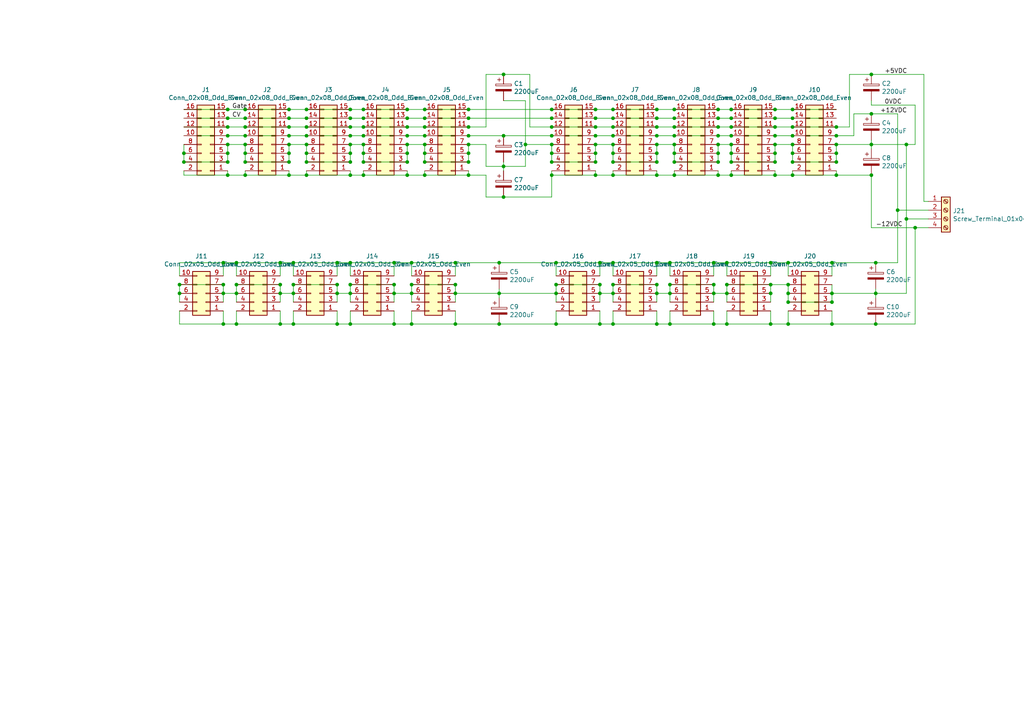
<source format=kicad_sch>
(kicad_sch (version 20250114) (generator "eeschema") (generator_version "9.0")
  (paper "A4")
  (lib_symbols
    (symbol "Connector:Screw_Terminal_01x04" (pin_names (offset 1.016) (hide yes))
      (property "Reference" "J" (at 0 5.08 0))
      (property "Value" "Screw_Terminal_01x04" (at 0 -7.62 0))
      (symbol "Screw_Terminal_01x04_1_1"
        (rectangle (start -1.27 3.81) (end 1.27 -6.35) (stroke (width 0.254)) (fill (type background)))
        (polyline (pts (xy -0.5334 2.8702) (xy 0.3302 2.032)) (stroke (width 0.1524)))
        (polyline (pts (xy -0.5334 0.3302) (xy 0.3302 -0.508)) (stroke (width 0.1524)))
        (polyline (pts (xy -0.5334 -2.2098) (xy 0.3302 -3.048)) (stroke (width 0.1524)))
        (polyline (pts (xy -0.5334 -4.7498) (xy 0.3302 -5.588)) (stroke (width 0.1524)))
        (polyline (pts (xy -0.3556 3.048) (xy 0.508 2.2098)) (stroke (width 0.1524)))
        (polyline (pts (xy -0.3556 0.508) (xy 0.508 -0.3302)) (stroke (width 0.1524)))
        (polyline (pts (xy -0.3556 -2.032) (xy 0.508 -2.8702)) (stroke (width 0.1524)))
        (polyline (pts (xy -0.3556 -4.572) (xy 0.508 -5.4102)) (stroke (width 0.1524)))
        (circle (center 0 2.54) (radius 0.635) (stroke (width 0.1524)))
        (circle (center 0 0) (radius 0.635) (stroke (width 0.1524)))
        (circle (center 0 -2.54) (radius 0.635) (stroke (width 0.1524)))
        (circle (center 0 -5.08) (radius 0.635) (stroke (width 0.1524)))
        (pin passive line (at -5.08 2.54 0) (length 3.81) (name "Pin_1") (number "1"))
        (pin passive line (at -5.08 0 0) (length 3.81) (name "Pin_2") (number "2"))
        (pin passive line (at -5.08 -2.54 0) (length 3.81) (name "Pin_3") (number "3"))
        (pin passive line (at -5.08 -5.08 0) (length 3.81) (name "Pin_4") (number "4"))
      )
    )
    (symbol "Connector_Generic:Conn_02x05_Odd_Even" (pin_names (offset 1.016) (hide yes))
      (property "Reference" "J" (at 1.27 7.62 0))
      (property "Value" "Conn_02x05_Odd_Even" (at 1.27 -7.62 0))
      (symbol "Conn_02x05_Odd_Even_1_1"
        (rectangle (start -1.27 6.35) (end 3.81 -6.35) (stroke (width 0.254)) (fill (type background)))
        (rectangle (start -1.27 5.207) (end 0 4.953) (stroke (width 0.1524)))
        (rectangle (start -1.27 2.667) (end 0 2.413) (stroke (width 0.1524)))
        (rectangle (start -1.27 0.127) (end 0 -0.127) (stroke (width 0.1524)))
        (rectangle (start -1.27 -2.413) (end 0 -2.667) (stroke (width 0.1524)))
        (rectangle (start -1.27 -4.953) (end 0 -5.207) (stroke (width 0.1524)))
        (rectangle (start 3.81 5.207) (end 2.54 4.953) (stroke (width 0.1524)))
        (rectangle (start 3.81 2.667) (end 2.54 2.413) (stroke (width 0.1524)))
        (rectangle (start 3.81 0.127) (end 2.54 -0.127) (stroke (width 0.1524)))
        (rectangle (start 3.81 -2.413) (end 2.54 -2.667) (stroke (width 0.1524)))
        (rectangle (start 3.81 -4.953) (end 2.54 -5.207) (stroke (width 0.1524)))
        (pin passive line (at -5.08 5.08 0) (length 3.81) (name "Pin_1") (number "1"))
        (pin passive line (at -5.08 2.54 0) (length 3.81) (name "Pin_3") (number "3"))
        (pin passive line (at -5.08 0 0) (length 3.81) (name "Pin_5") (number "5"))
        (pin passive line (at -5.08 -2.54 0) (length 3.81) (name "Pin_7") (number "7"))
        (pin passive line (at -5.08 -5.08 0) (length 3.81) (name "Pin_9") (number "9"))
        (pin passive line (at 7.62 5.08 180) (length 3.81) (name "Pin_2") (number "2"))
        (pin passive line (at 7.62 2.54 180) (length 3.81) (name "Pin_4") (number "4"))
        (pin passive line (at 7.62 0 180) (length 3.81) (name "Pin_6") (number "6"))
        (pin passive line (at 7.62 -2.54 180) (length 3.81) (name "Pin_8") (number "8"))
        (pin passive line (at 7.62 -5.08 180) (length 3.81) (name "Pin_10") (number "10"))
      )
    )
    (symbol "Connector_Generic:Conn_02x08_Odd_Even" (pin_names (offset 1.016) (hide yes))
      (property "Reference" "J" (at 1.27 10.16 0))
      (property "Value" "Conn_02x08_Odd_Even" (at 1.27 -12.7 0))
      (symbol "Conn_02x08_Odd_Even_1_1"
        (rectangle (start -1.27 8.89) (end 3.81 -11.43) (stroke (width 0.254)) (fill (type background)))
        (rectangle (start -1.27 7.747) (end 0 7.493) (stroke (width 0.1524)))
        (rectangle (start -1.27 5.207) (end 0 4.953) (stroke (width 0.1524)))
        (rectangle (start -1.27 2.667) (end 0 2.413) (stroke (width 0.1524)))
        (rectangle (start -1.27 0.127) (end 0 -0.127) (stroke (width 0.1524)))
        (rectangle (start -1.27 -2.413) (end 0 -2.667) (stroke (width 0.1524)))
        (rectangle (start -1.27 -4.953) (end 0 -5.207) (stroke (width 0.1524)))
        (rectangle (start -1.27 -7.493) (end 0 -7.747) (stroke (width 0.1524)))
        (rectangle (start -1.27 -10.033) (end 0 -10.287) (stroke (width 0.1524)))
        (rectangle (start 3.81 7.747) (end 2.54 7.493) (stroke (width 0.1524)))
        (rectangle (start 3.81 5.207) (end 2.54 4.953) (stroke (width 0.1524)))
        (rectangle (start 3.81 2.667) (end 2.54 2.413) (stroke (width 0.1524)))
        (rectangle (start 3.81 0.127) (end 2.54 -0.127) (stroke (width 0.1524)))
        (rectangle (start 3.81 -2.413) (end 2.54 -2.667) (stroke (width 0.1524)))
        (rectangle (start 3.81 -4.953) (end 2.54 -5.207) (stroke (width 0.1524)))
        (rectangle (start 3.81 -7.493) (end 2.54 -7.747) (stroke (width 0.1524)))
        (rectangle (start 3.81 -10.033) (end 2.54 -10.287) (stroke (width 0.1524)))
        (pin passive line (at -5.08 7.62 0) (length 3.81) (name "Pin_1") (number "1"))
        (pin passive line (at -5.08 5.08 0) (length 3.81) (name "Pin_3") (number "3"))
        (pin passive line (at -5.08 2.54 0) (length 3.81) (name "Pin_5") (number "5"))
        (pin passive line (at -5.08 0 0) (length 3.81) (name "Pin_7") (number "7"))
        (pin passive line (at -5.08 -2.54 0) (length 3.81) (name "Pin_9") (number "9"))
        (pin passive line (at -5.08 -5.08 0) (length 3.81) (name "Pin_11") (number "11"))
        (pin passive line (at -5.08 -7.62 0) (length 3.81) (name "Pin_13") (number "13"))
        (pin passive line (at -5.08 -10.16 0) (length 3.81) (name "Pin_15") (number "15"))
        (pin passive line (at 7.62 7.62 180) (length 3.81) (name "Pin_2") (number "2"))
        (pin passive line (at 7.62 5.08 180) (length 3.81) (name "Pin_4") (number "4"))
        (pin passive line (at 7.62 2.54 180) (length 3.81) (name "Pin_6") (number "6"))
        (pin passive line (at 7.62 0 180) (length 3.81) (name "Pin_8") (number "8"))
        (pin passive line (at 7.62 -2.54 180) (length 3.81) (name "Pin_10") (number "10"))
        (pin passive line (at 7.62 -5.08 180) (length 3.81) (name "Pin_12") (number "12"))
        (pin passive line (at 7.62 -7.62 180) (length 3.81) (name "Pin_14") (number "14"))
        (pin passive line (at 7.62 -10.16 180) (length 3.81) (name "Pin_16") (number "16"))
      )
    )
    (symbol "Device:CP" (pin_numbers (hide yes)) (pin_names (offset 0.254))
      (property "Reference" "C" (at 0.635 2.54 0))
      (property "Value" "Device_CP" (at 0.635 -2.54 0))
      (symbol "CP_0_1"
        (rectangle (start -2.286 0.508) (end 2.286 1.016))
        (polyline (pts (xy -1.778 2.286) (xy -0.762 2.286)))
        (polyline (pts (xy -1.27 2.794) (xy -1.27 1.778)))
        (rectangle (start 2.286 -0.508) (end -2.286 -1.016) (fill (type outline)))
      )
      (symbol "CP_1_1"
        (pin passive line (at 0 3.81 270) (length 2.794) (name "~") (number "1"))
        (pin passive line (at 0 -3.81 90) (length 2.794) (name "~") (number "2"))
      )
    )
  )
  (junction (at 228.6 93.98))
  (junction (at 177.8 93.98))
  (junction (at 195.58 50.8))
  (junction (at 144.78 76.2))
  (junction (at 83.82 34.29))
  (junction (at 88.9 34.29))
  (junction (at 190.5 46.99))
  (junction (at 83.82 39.37))
  (junction (at 194.31 76.2))
  (junction (at 71.12 31.75))
  (junction (at 212.09 41.91))
  (junction (at 146.05 57.15))
  (junction (at 173.99 82.55))
  (junction (at 88.9 41.91))
  (junction (at 88.9 50.8))
  (junction (at 228.6 85.09))
  (junction (at 190.5 76.2))
  (junction (at 241.3 85.09))
  (junction (at 177.8 44.45))
  (junction (at 252.73 21.59))
  (junction (at 254 85.09))
  (junction (at 195.58 34.29))
  (junction (at 228.6 87.63))
  (junction (at 64.77 93.98))
  (junction (at 229.87 46.99))
  (junction (at 119.38 85.09))
  (junction (at 229.87 50.8))
  (junction (at 195.58 46.99))
  (junction (at 101.6 46.99))
  (junction (at 66.04 39.37))
  (junction (at 88.9 46.99))
  (junction (at 88.9 31.75))
  (junction (at 53.34 46.99))
  (junction (at 161.29 93.98))
  (junction (at 66.04 31.75))
  (junction (at 161.29 82.55))
  (junction (at 88.9 39.37))
  (junction (at 254 93.98))
  (junction (at 265.43 66.04))
  (junction (at 208.28 50.8))
  (junction (at 208.28 41.91))
  (junction (at 105.41 50.8))
  (junction (at 224.79 41.91))
  (junction (at 101.6 39.37))
  (junction (at 212.09 36.83))
  (junction (at 242.57 41.91))
  (junction (at 71.12 50.8))
  (junction (at 85.09 93.98))
  (junction (at 242.57 50.8))
  (junction (at 228.6 82.55))
  (junction (at 160.02 50.8))
  (junction (at 101.6 85.09))
  (junction (at 101.6 36.83))
  (junction (at 146.05 21.59))
  (junction (at 160.02 44.45))
  (junction (at 123.19 46.99))
  (junction (at 212.09 39.37))
  (junction (at 123.19 39.37))
  (junction (at 177.8 41.91))
  (junction (at 83.82 36.83))
  (junction (at 101.6 93.98))
  (junction (at 105.41 46.99))
  (junction (at 172.72 39.37))
  (junction (at 123.19 31.75))
  (junction (at 210.82 76.2))
  (junction (at 68.58 76.2))
  (junction (at 172.72 36.83))
  (junction (at 229.87 34.29))
  (junction (at 135.89 34.29))
  (junction (at 160.02 39.37))
  (junction (at 242.57 46.99))
  (junction (at 194.31 82.55))
  (junction (at 101.6 50.8))
  (junction (at 135.89 50.8))
  (junction (at 123.19 50.8))
  (junction (at 212.09 34.29))
  (junction (at 81.28 82.55))
  (junction (at 105.41 36.83))
  (junction (at 208.28 39.37))
  (junction (at 224.79 36.83))
  (junction (at 224.79 31.75))
  (junction (at 105.41 44.45))
  (junction (at 53.34 44.45))
  (junction (at 177.8 34.29))
  (junction (at 190.5 36.83))
  (junction (at 190.5 39.37))
  (junction (at 114.3 85.09))
  (junction (at 224.79 34.29))
  (junction (at 241.3 76.2))
  (junction (at 190.5 44.45))
  (junction (at 208.28 31.75))
  (junction (at 210.82 93.98))
  (junction (at 71.12 46.99))
  (junction (at 262.89 41.91))
  (junction (at 101.6 41.91))
  (junction (at 66.04 34.29))
  (junction (at 101.6 34.29))
  (junction (at 71.12 41.91))
  (junction (at 132.08 85.09))
  (junction (at 212.09 31.75))
  (junction (at 118.11 44.45))
  (junction (at 52.07 82.55))
  (junction (at 177.8 85.09))
  (junction (at 152.4 41.91))
  (junction (at 135.89 46.99))
  (junction (at 195.58 41.91))
  (junction (at 194.31 93.98))
  (junction (at 144.78 93.98))
  (junction (at 224.79 50.8))
  (junction (at 177.8 31.75))
  (junction (at 177.8 76.2))
  (junction (at 229.87 39.37))
  (junction (at 101.6 44.45))
  (junction (at 71.12 39.37))
  (junction (at 177.8 50.8))
  (junction (at 242.57 36.83))
  (junction (at 208.28 36.83))
  (junction (at 172.72 50.8))
  (junction (at 195.58 36.83))
  (junction (at 105.41 31.75))
  (junction (at 118.11 31.75))
  (junction (at 208.28 46.99))
  (junction (at 71.12 44.45))
  (junction (at 146.05 48.26))
  (junction (at 97.79 85.09))
  (junction (at 118.11 36.83))
  (junction (at 190.5 50.8))
  (junction (at 172.72 41.91))
  (junction (at 114.3 93.98))
  (junction (at 66.04 41.91))
  (junction (at 172.72 31.75))
  (junction (at 224.79 46.99))
  (junction (at 118.11 34.29))
  (junction (at 85.09 76.2))
  (junction (at 97.79 93.98))
  (junction (at 160.02 34.29))
  (junction (at 81.28 76.2))
  (junction (at 118.11 41.91))
  (junction (at 207.01 76.2))
  (junction (at 229.87 31.75))
  (junction (at 242.57 39.37))
  (junction (at 172.72 46.99))
  (junction (at 208.28 34.29))
  (junction (at 229.87 36.83))
  (junction (at 223.52 93.98))
  (junction (at 88.9 36.83))
  (junction (at 135.89 31.75))
  (junction (at 172.72 44.45))
  (junction (at 144.78 85.09))
  (junction (at 135.89 41.91))
  (junction (at 66.04 44.45))
  (junction (at 262.89 63.5))
  (junction (at 135.89 36.83))
  (junction (at 190.5 82.55))
  (junction (at 254 76.2))
  (junction (at 212.09 50.8))
  (junction (at 252.73 41.91))
  (junction (at 210.82 82.55))
  (junction (at 260.35 60.96))
  (junction (at 97.79 76.2))
  (junction (at 160.02 31.75))
  (junction (at 123.19 34.29))
  (junction (at 114.3 82.55))
  (junction (at 212.09 44.45))
  (junction (at 66.04 50.8))
  (junction (at 173.99 76.2))
  (junction (at 194.31 85.09))
  (junction (at 114.3 76.2))
  (junction (at 66.04 46.99))
  (junction (at 119.38 76.2))
  (junction (at 173.99 93.98))
  (junction (at 64.77 85.09))
  (junction (at 83.82 31.75))
  (junction (at 97.79 82.55))
  (junction (at 242.57 44.45))
  (junction (at 252.73 50.8))
  (junction (at 85.09 82.55))
  (junction (at 123.19 44.45))
  (junction (at 223.52 76.2))
  (junction (at 160.02 41.91))
  (junction (at 66.04 36.83))
  (junction (at 132.08 82.55))
  (junction (at 161.29 85.09))
  (junction (at 83.82 41.91))
  (junction (at 172.72 34.29))
  (junction (at 101.6 76.2))
  (junction (at 177.8 39.37))
  (junction (at 135.89 39.37))
  (junction (at 190.5 85.09))
  (junction (at 229.87 44.45))
  (junction (at 68.58 85.09))
  (junction (at 160.02 46.99))
  (junction (at 241.3 93.98))
  (junction (at 132.08 76.2))
  (junction (at 119.38 93.98))
  (junction (at 212.09 46.99))
  (junction (at 85.09 85.09))
  (junction (at 123.19 36.83))
  (junction (at 195.58 31.75))
  (junction (at 101.6 31.75))
  (junction (at 190.5 41.91))
  (junction (at 68.58 93.98))
  (junction (at 190.5 31.75))
  (junction (at 105.41 41.91))
  (junction (at 195.58 44.45))
  (junction (at 118.11 39.37))
  (junction (at 223.52 82.55))
  (junction (at 135.89 44.45))
  (junction (at 81.28 85.09))
  (junction (at 177.8 36.83))
  (junction (at 228.6 76.2))
  (junction (at 207.01 93.98))
  (junction (at 118.11 50.8))
  (junction (at 173.99 85.09))
  (junction (at 210.82 85.09))
  (junction (at 177.8 46.99))
  (junction (at 119.38 82.55))
  (junction (at 71.12 34.29))
  (junction (at 118.11 46.99))
  (junction (at 161.29 76.2))
  (junction (at 105.41 39.37))
  (junction (at 81.28 93.98))
  (junction (at 64.77 82.55))
  (junction (at 68.58 82.55))
  (junction (at 132.08 93.98))
  (junction (at 224.79 44.45))
  (junction (at 224.79 39.37))
  (junction (at 101.6 82.55))
  (junction (at 146.05 39.37))
  (junction (at 105.41 34.29))
  (junction (at 123.19 41.91))
  (junction (at 64.77 76.2))
  (junction (at 52.07 85.09))
  (junction (at 241.3 87.63))
  (junction (at 71.12 36.83))
  (junction (at 207.01 82.55))
  (junction (at 83.82 44.45))
  (junction (at 83.82 46.99))
  (junction (at 88.9 44.45))
  (junction (at 190.5 93.98))
  (junction (at 207.01 85.09))
  (junction (at 83.82 50.8))
  (junction (at 208.28 44.45))
  (junction (at 252.73 33.02))
  (junction (at 177.8 82.55))
  (junction (at 160.02 36.83))
  (junction (at 223.52 85.09))
  (junction (at 195.58 39.37))
  (junction (at 190.5 34.29))
  (junction (at 229.87 41.91))
  (wire (pts (xy 85.09 76.2) (xy 97.79 76.2)))
  (wire (pts (xy 207.01 85.09) (xy 210.82 85.09)))
  (wire (pts (xy 160.02 41.91) (xy 160.02 44.45)))
  (wire (pts (xy 224.79 39.37) (xy 229.87 39.37)))
  (wire (pts (xy 229.87 46.99) (xy 242.57 46.99)))
  (wire (pts (xy 160.02 46.99) (xy 172.72 46.99)))
  (wire (pts (xy 153.67 36.83) (xy 160.02 36.83)))
  (wire (pts (xy 68.58 82.55) (xy 81.28 82.55)))
  (wire (pts (xy 195.58 31.75) (xy 208.28 31.75)))
  (wire (pts (xy 140.97 36.83) (xy 140.97 21.59)))
  (wire (pts (xy 114.3 93.98) (xy 101.6 93.98)))
  (wire (pts (xy 118.11 39.37) (xy 123.19 39.37)))
  (wire (pts (xy 260.35 76.2) (xy 254 76.2)))
  (wire (pts (xy 119.38 93.98) (xy 119.38 90.17)))
  (wire (pts (xy 85.09 85.09) (xy 85.09 82.55)))
  (wire (pts (xy 71.12 39.37) (xy 83.82 39.37)))
  (wire (pts (xy 140.97 50.8) (xy 140.97 57.15)))
  (wire (pts (xy 265.43 93.98) (xy 254 93.98)))
  (wire (pts (xy 242.57 50.8) (xy 229.87 50.8)))
  (wire (pts (xy 160.02 34.29) (xy 172.72 34.29)))
  (wire (pts (xy 71.12 36.83) (xy 83.82 36.83)))
  (wire (pts (xy 53.34 41.91) (xy 53.34 44.45)))
  (wire (pts (xy 123.19 39.37) (xy 135.89 39.37)))
  (wire (pts (xy 135.89 34.29) (xy 160.02 34.29)))
  (wire (pts (xy 101.6 39.37) (xy 105.41 39.37)))
  (wire (pts (xy 81.28 85.09) (xy 81.28 87.63)))
  (wire (pts (xy 262.89 63.5) (xy 262.89 41.91)))
  (wire (pts (xy 101.6 36.83) (xy 105.41 36.83)))
  (wire (pts (xy 85.09 85.09) (xy 85.09 87.63)))
  (wire (pts (xy 81.28 76.2) (xy 85.09 76.2)))
  (wire (pts (xy 265.43 66.04) (xy 252.73 66.04)))
  (wire (pts (xy 152.4 48.26) (xy 152.4 41.91)))
  (wire (pts (xy 229.87 50.8) (xy 224.79 50.8)))
  (wire (pts (xy 254 83.82) (xy 254 85.09)))
  (wire (pts (xy 135.89 31.75) (xy 160.02 31.75)))
  (wire (pts (xy 223.52 93.98) (xy 223.52 90.17)))
  (wire (pts (xy 190.5 46.99) (xy 190.5 44.45)))
  (wire (pts (xy 208.28 31.75) (xy 212.09 31.75)))
  (wire (pts (xy 160.02 31.75) (xy 172.72 31.75)))
  (wire (pts (xy 190.5 41.91) (xy 195.58 41.91)))
  (wire (pts (xy 71.12 44.45) (xy 71.12 46.99)))
  (wire (pts (xy 140.97 41.91) (xy 140.97 48.26)))
  (wire (pts (xy 146.05 48.26) (xy 146.05 49.53)))
  (wire (pts (xy 210.82 76.2) (xy 223.52 76.2)))
  (wire (pts (xy 242.57 44.45) (xy 242.57 41.91)))
  (wire (pts (xy 64.77 93.98) (xy 52.07 93.98)))
  (wire (pts (xy 262.89 85.09) (xy 254 85.09)))
  (wire (pts (xy 228.6 82.55) (xy 228.6 85.09)))
  (wire (pts (xy 207.01 93.98) (xy 194.31 93.98)))
  (wire (pts (xy 101.6 31.75) (xy 105.41 31.75)))
  (wire (pts (xy 97.79 85.09) (xy 101.6 85.09)))
  (wire (pts (xy 68.58 85.09) (xy 68.58 87.63)))
  (wire (pts (xy 229.87 41.91) (xy 229.87 44.45)))
  (wire (pts (xy 177.8 93.98) (xy 177.8 90.17)))
  (wire (pts (xy 172.72 34.29) (xy 177.8 34.29)))
  (wire (pts (xy 85.09 93.98) (xy 81.28 93.98)))
  (wire (pts (xy 152.4 41.91) (xy 160.02 41.91)))
  (wire (pts (xy 144.78 85.09) (xy 161.29 85.09)))
  (wire (pts (xy 105.41 41.91) (xy 105.41 44.45)))
  (wire (pts (xy 172.72 41.91) (xy 177.8 41.91)))
  (wire (pts (xy 135.89 36.83) (xy 140.97 36.83)))
  (wire (pts (xy 228.6 87.63) (xy 241.3 87.63)))
  (wire (pts (xy 52.07 76.2) (xy 52.07 80.01)))
  (wire (pts (xy 195.58 36.83) (xy 208.28 36.83)))
  (wire (pts (xy 123.19 50.8) (xy 135.89 50.8)))
  (wire (pts (xy 252.73 30.48) (xy 252.73 29.21)))
  (wire (pts (xy 88.9 46.99) (xy 101.6 46.99)))
  (wire (pts (xy 118.11 46.99) (xy 118.11 44.45)))
  (wire (pts (xy 132.08 82.55) (xy 132.08 85.09)))
  (wire (pts (xy 101.6 82.55) (xy 101.6 85.09)))
  (wire (pts (xy 194.31 80.01) (xy 194.31 76.2)))
  (wire (pts (xy 246.38 36.83) (xy 246.38 21.59)))
  (wire (pts (xy 101.6 41.91) (xy 105.41 41.91)))
  (wire (pts (xy 177.8 76.2) (xy 190.5 76.2)))
  (wire (pts (xy 97.79 82.55) (xy 97.79 85.09)))
  (wire (pts (xy 81.28 82.55) (xy 81.28 85.09)))
  (wire (pts (xy 81.28 76.2) (xy 81.28 80.01)))
  (wire (pts (xy 119.38 85.09) (xy 119.38 82.55)))
  (wire (pts (xy 83.82 36.83) (xy 88.9 36.83)))
  (wire (pts (xy 97.79 93.98) (xy 85.09 93.98)))
  (wire (pts (xy 132.08 93.98) (xy 119.38 93.98)))
  (wire (pts (xy 123.19 41.91) (xy 123.19 44.45)))
  (wire (pts (xy 105.41 36.83) (xy 118.11 36.83)))
  (wire (pts (xy 52.07 85.09) (xy 52.07 82.55)))
  (wire (pts (xy 64.77 93.98) (xy 64.77 90.17)))
  (wire (pts (xy 212.09 46.99) (xy 224.79 46.99)))
  (wire (pts (xy 267.97 58.42) (xy 267.97 21.59)))
  (wire (pts (xy 114.3 76.2) (xy 114.3 80.01)))
  (wire (pts (xy 223.52 93.98) (xy 210.82 93.98)))
  (wire (pts (xy 135.89 44.45) (xy 135.89 41.91)))
  (wire (pts (xy 71.12 31.75) (xy 83.82 31.75)))
  (wire (pts (xy 177.8 36.83) (xy 190.5 36.83)))
  (wire (pts (xy 140.97 21.59) (xy 146.05 21.59)))
  (wire (pts (xy 208.28 50.8) (xy 195.58 50.8)))
  (wire (pts (xy 190.5 85.09) (xy 190.5 87.63)))
  (wire (pts (xy 161.29 76.2) (xy 173.99 76.2)))
  (wire (pts (xy 177.8 85.09) (xy 177.8 82.55)))
  (wire (pts (xy 53.34 44.45) (xy 53.34 46.99)))
  (wire (pts (xy 212.09 41.91) (xy 212.09 44.45)))
  (wire (pts (xy 53.34 31.75) (xy 66.04 31.75)))
  (wire (pts (xy 66.04 31.75) (xy 71.12 31.75)))
  (wire (pts (xy 53.34 50.8) (xy 53.34 49.53)))
  (wire (pts (xy 269.24 58.42) (xy 267.97 58.42)))
  (wire (pts (xy 83.82 46.99) (xy 83.82 44.45)))
  (wire (pts (xy 173.99 93.98) (xy 161.29 93.98)))
  (wire (pts (xy 223.52 82.55) (xy 223.52 85.09)))
  (wire (pts (xy 242.57 50.8) (xy 242.57 49.53)))
  (wire (pts (xy 241.3 93.98) (xy 228.6 93.98)))
  (wire (pts (xy 146.05 29.21) (xy 152.4 29.21)))
  (wire (pts (xy 242.57 41.91) (xy 252.73 41.91)))
  (wire (pts (xy 161.29 85.09) (xy 161.29 87.63)))
  (wire (pts (xy 64.77 85.09) (xy 64.77 87.63)))
  (wire (pts (xy 195.58 39.37) (xy 208.28 39.37)))
  (wire (pts (xy 101.6 50.8) (xy 105.41 50.8)))
  (wire (pts (xy 208.28 44.45) (xy 208.28 41.91)))
  (wire (pts (xy 119.38 76.2) (xy 132.08 76.2)))
  (wire (pts (xy 66.04 34.29) (xy 71.12 34.29)))
  (wire (pts (xy 265.43 30.48) (xy 252.73 30.48)))
  (wire (pts (xy 190.5 82.55) (xy 190.5 85.09)))
  (wire (pts (xy 224.79 31.75) (xy 229.87 31.75)))
  (wire (pts (xy 177.8 85.09) (xy 173.99 85.09)))
  (wire (pts (xy 210.82 82.55) (xy 223.52 82.55)))
  (wire (pts (xy 68.58 93.98) (xy 64.77 93.98)))
  (wire (pts (xy 229.87 44.45) (xy 229.87 46.99)))
  (wire (pts (xy 190.5 50.8) (xy 190.5 49.53)))
  (wire (pts (xy 241.3 85.09) (xy 241.3 82.55)))
  (wire (pts (xy 123.19 46.99) (xy 135.89 46.99)))
  (wire (pts (xy 64.77 76.2) (xy 68.58 76.2)))
  (wire (pts (xy 228.6 93.98) (xy 223.52 93.98)))
  (wire (pts (xy 66.04 50.8) (xy 66.04 49.53)))
  (wire (pts (xy 144.78 76.2) (xy 161.29 76.2)))
  (wire (pts (xy 146.05 39.37) (xy 160.02 39.37)))
  (wire (pts (xy 101.6 82.55) (xy 114.3 82.55)))
  (wire (pts (xy 224.79 36.83) (xy 229.87 36.83)))
  (wire (pts (xy 269.24 63.5) (xy 262.89 63.5)))
  (wire (pts (xy 241.3 93.98) (xy 241.3 90.17)))
  (wire (pts (xy 97.79 85.09) (xy 97.79 87.63)))
  (wire (pts (xy 224.79 46.99) (xy 224.79 44.45)))
  (wire (pts (xy 101.6 93.98) (xy 101.6 90.17)))
  (wire (pts (xy 190.5 76.2) (xy 194.31 76.2)))
  (wire (pts (xy 123.19 50.8) (xy 118.11 50.8)))
  (wire (pts (xy 64.77 85.09) (xy 68.58 85.09)))
  (wire (pts (xy 177.8 87.63) (xy 177.8 85.09)))
  (wire (pts (xy 254 85.09) (xy 254 86.36)))
  (wire (pts (xy 190.5 31.75) (xy 195.58 31.75)))
  (wire (pts (xy 223.52 82.55) (xy 228.6 82.55)))
  (wire (pts (xy 207.01 93.98) (xy 207.01 90.17)))
  (wire (pts (xy 83.82 44.45) (xy 83.82 41.91)))
  (wire (pts (xy 64.77 82.55) (xy 64.77 85.09)))
  (wire (pts (xy 210.82 87.63) (xy 210.82 85.09)))
  (wire (pts (xy 207.01 82.55) (xy 207.01 85.09)))
  (wire (pts (xy 260.35 33.02) (xy 252.73 33.02)))
  (wire (pts (xy 190.5 39.37) (xy 195.58 39.37)))
  (wire (pts (xy 252.73 50.8) (xy 242.57 50.8)))
  (wire (pts (xy 101.6 76.2) (xy 101.6 80.01)))
  (wire (pts (xy 210.82 93.98) (xy 210.82 90.17)))
  (wire (pts (xy 105.41 31.75) (xy 118.11 31.75)))
  (wire (pts (xy 177.8 44.45) (xy 177.8 46.99)))
  (wire (pts (xy 144.78 83.82) (xy 144.78 85.09)))
  (wire (pts (xy 224.79 44.45) (xy 224.79 41.91)))
  (wire (pts (xy 71.12 34.29) (xy 83.82 34.29)))
  (wire (pts (xy 229.87 31.75) (xy 242.57 31.75)))
  (wire (pts (xy 146.05 21.59) (xy 153.67 21.59)))
  (wire (pts (xy 97.79 93.98) (xy 97.79 90.17)))
  (wire (pts (xy 85.09 82.55) (xy 97.79 82.55)))
  (wire (pts (xy 177.8 46.99) (xy 190.5 46.99)))
  (wire (pts (xy 119.38 85.09) (xy 119.38 87.63)))
  (wire (pts (xy 173.99 85.09) (xy 173.99 87.63)))
  (wire (pts (xy 101.6 34.29) (xy 105.41 34.29)))
  (wire (pts (xy 247.65 33.02) (xy 252.73 33.02)))
  (wire (pts (xy 212.09 50.8) (xy 212.09 49.53)))
  (wire (pts (xy 208.28 36.83) (xy 212.09 36.83)))
  (wire (pts (xy 195.58 34.29) (xy 208.28 34.29)))
  (wire (pts (xy 224.79 34.29) (xy 229.87 34.29)))
  (wire (pts (xy 228.6 76.2) (xy 228.6 80.01)))
  (wire (pts (xy 260.35 60.96) (xy 260.35 33.02)))
  (wire (pts (xy 118.11 31.75) (xy 123.19 31.75)))
  (wire (pts (xy 207.01 76.2) (xy 210.82 76.2)))
  (wire (pts (xy 224.79 50.8) (xy 224.79 49.53)))
  (wire (pts (xy 132.08 76.2) (xy 144.78 76.2)))
  (wire (pts (xy 152.4 29.21) (xy 152.4 41.91)))
  (wire (pts (xy 195.58 50.8) (xy 190.5 50.8)))
  (wire (pts (xy 83.82 39.37) (xy 88.9 39.37)))
  (wire (pts (xy 118.11 34.29) (xy 123.19 34.29)))
  (wire (pts (xy 161.29 93.98) (xy 161.29 90.17)))
  (wire (pts (xy 190.5 93.98) (xy 190.5 90.17)))
  (wire (pts (xy 161.29 76.2) (xy 161.29 80.01)))
  (wire (pts (xy 88.9 50.8) (xy 88.9 49.53)))
  (wire (pts (xy 132.08 93.98) (xy 132.08 90.17)))
  (wire (pts (xy 85.09 76.2) (xy 85.09 80.01)))
  (wire (pts (xy 123.19 36.83) (xy 135.89 36.83)))
  (wire (pts (xy 160.02 36.83) (xy 172.72 36.83)))
  (wire (pts (xy 177.8 76.2) (xy 177.8 80.01)))
  (wire (pts (xy 210.82 93.98) (xy 207.01 93.98)))
  (wire (pts (xy 173.99 93.98) (xy 173.99 90.17)))
  (wire (pts (xy 105.41 46.99) (xy 118.11 46.99)))
  (wire (pts (xy 135.89 50.8) (xy 140.97 50.8)))
  (wire (pts (xy 195.58 50.8) (xy 195.58 49.53)))
  (wire (pts (xy 53.34 50.8) (xy 66.04 50.8)))
  (wire (pts (xy 177.8 50.8) (xy 177.8 49.53)))
  (wire (pts (xy 118.11 44.45) (xy 118.11 41.91)))
  (wire (pts (xy 190.5 36.83) (xy 195.58 36.83)))
  (wire (pts (xy 53.34 36.83) (xy 66.04 36.83)))
  (wire (pts (xy 252.73 41.91) (xy 252.73 43.18)))
  (wire (pts (xy 172.72 36.83) (xy 177.8 36.83)))
  (wire (pts (xy 88.9 50.8) (xy 101.6 50.8)))
  (wire (pts (xy 229.87 36.83) (xy 242.57 36.83)))
  (wire (pts (xy 64.77 76.2) (xy 64.77 80.01)))
  (wire (pts (xy 101.6 85.09) (xy 101.6 87.63)))
  (wire (pts (xy 114.3 76.2) (xy 119.38 76.2)))
  (wire (pts (xy 265.43 41.91) (xy 265.43 30.48)))
  (wire (pts (xy 254 93.98) (xy 241.3 93.98)))
  (wire (pts (xy 140.97 57.15) (xy 146.05 57.15)))
  (wire (pts (xy 132.08 85.09) (xy 144.78 85.09)))
  (wire (pts (xy 267.97 21.59) (xy 252.73 21.59)))
  (wire (pts (xy 88.9 31.75) (xy 101.6 31.75)))
  (wire (pts (xy 83.82 50.8) (xy 83.82 49.53)))
  (wire (pts (xy 177.8 41.91) (xy 177.8 44.45)))
  (wire (pts (xy 160.02 44.45) (xy 160.02 46.99)))
  (wire (pts (xy 242.57 39.37) (xy 247.65 39.37)))
  (wire (pts (xy 135.89 46.99) (xy 135.89 44.45)))
  (wire (pts (xy 207.01 85.09) (xy 207.01 87.63)))
  (wire (pts (xy 177.8 50.8) (xy 172.72 50.8)))
  (wire (pts (xy 208.28 41.91) (xy 212.09 41.91)))
  (wire (pts (xy 210.82 85.09) (xy 210.82 82.55)))
  (wire (pts (xy 68.58 85.09) (xy 68.58 82.55)))
  (wire (pts (xy 262.89 63.5) (xy 262.89 85.09)))
  (wire (pts (xy 101.6 50.8) (xy 101.6 49.53)))
  (wire (pts (xy 190.5 76.2) (xy 190.5 80.01)))
  (wire (pts (xy 190.5 50.8) (xy 177.8 50.8)))
  (wire (pts (xy 135.89 50.8) (xy 135.89 49.53)))
  (wire (pts (xy 223.52 85.09) (xy 223.52 87.63)))
  (wire (pts (xy 194.31 82.55) (xy 207.01 82.55)))
  (wire (pts (xy 190.5 34.29) (xy 195.58 34.29)))
  (wire (pts (xy 118.11 36.83) (xy 123.19 36.83)))
  (wire (pts (xy 146.05 57.15) (xy 160.02 57.15)))
  (wire (pts (xy 52.07 85.09) (xy 52.07 87.63)))
  (wire (pts (xy 190.5 85.09) (xy 194.31 85.09)))
  (wire (pts (xy 212.09 44.45) (xy 212.09 46.99)))
  (wire (pts (xy 101.6 46.99) (xy 101.6 44.45)))
  (wire (pts (xy 153.67 21.59) (xy 153.67 36.83)))
  (wire (pts (xy 195.58 44.45) (xy 195.58 46.99)))
  (wire (pts (xy 132.08 76.2) (xy 132.08 80.01)))
  (wire (pts (xy 68.58 93.98) (xy 68.58 90.17)))
  (wire (pts (xy 160.02 50.8) (xy 160.02 49.53)))
  (wire (pts (xy 119.38 76.2) (xy 119.38 80.01)))
  (wire (pts (xy 53.34 46.99) (xy 66.04 46.99)))
  (wire (pts (xy 252.73 41.91) (xy 262.89 41.91)))
  (wire (pts (xy 52.07 76.2) (xy 64.77 76.2)))
  (wire (pts (xy 212.09 34.29) (xy 224.79 34.29)))
  (wire (pts (xy 208.28 39.37) (xy 212.09 39.37)))
  (wire (pts (xy 88.9 41.91) (xy 88.9 44.45)))
  (wire (pts (xy 83.82 34.29) (xy 88.9 34.29)))
  (wire (pts (xy 252.73 66.04) (xy 252.73 50.8)))
  (wire (pts (xy 229.87 50.8) (xy 229.87 49.53)))
  (wire (pts (xy 262.89 41.91) (xy 265.43 41.91)))
  (wire (pts (xy 88.9 34.29) (xy 101.6 34.29)))
  (wire (pts (xy 228.6 76.2) (xy 241.3 76.2)))
  (wire (pts (xy 194.31 82.55) (xy 194.31 85.09)))
  (wire (pts (xy 83.82 41.91) (xy 88.9 41.91)))
  (wire (pts (xy 119.38 82.55) (xy 132.08 82.55)))
  (wire (pts (xy 53.34 34.29) (xy 66.04 34.29)))
  (wire (pts (xy 71.12 41.91) (xy 71.12 44.45)))
  (wire (pts (xy 88.9 39.37) (xy 101.6 39.37)))
  (wire (pts (xy 195.58 41.91) (xy 195.58 44.45)))
  (wire (pts (xy 241.3 76.2) (xy 254 76.2)))
  (wire (pts (xy 241.3 76.2) (xy 241.3 80.01)))
  (wire (pts (xy 105.41 44.45) (xy 105.41 46.99)))
  (wire (pts (xy 81.28 85.09) (xy 85.09 85.09)))
  (wire (pts (xy 269.24 60.96) (xy 260.35 60.96)))
  (wire (pts (xy 177.8 93.98) (xy 173.99 93.98)))
  (wire (pts (xy 177.8 34.29) (xy 190.5 34.29)))
  (wire (pts (xy 208.28 46.99) (xy 208.28 44.45)))
  (wire (pts (xy 52.07 82.55) (xy 64.77 82.55)))
  (wire (pts (xy 88.9 36.83) (xy 101.6 36.83)))
  (wire (pts (xy 246.38 21.59) (xy 252.73 21.59)))
  (wire (pts (xy 114.3 82.55) (xy 114.3 85.09)))
  (wire (pts (xy 81.28 93.98) (xy 68.58 93.98)))
  (wire (pts (xy 173.99 76.2) (xy 173.99 80.01)))
  (wire (pts (xy 212.09 50.8) (xy 208.28 50.8)))
  (wire (pts (xy 161.29 82.55) (xy 173.99 82.55)))
  (wire (pts (xy 101.6 44.45) (xy 101.6 41.91)))
  (wire (pts (xy 71.12 46.99) (xy 83.82 46.99)))
  (wire (pts (xy 146.05 48.26) (xy 152.4 48.26)))
  (wire (pts (xy 53.34 39.37) (xy 66.04 39.37)))
  (wire (pts (xy 101.6 93.98) (xy 97.79 93.98)))
  (wire (pts (xy 210.82 76.2) (xy 210.82 80.01)))
  (wire (pts (xy 177.8 82.55) (xy 190.5 82.55)))
  (wire (pts (xy 212.09 36.83) (xy 224.79 36.83)))
  (wire (pts (xy 212.09 39.37) (xy 224.79 39.37)))
  (wire (pts (xy 85.09 93.98) (xy 85.09 90.17)))
  (wire (pts (xy 269.24 66.04) (xy 265.43 66.04)))
  (wire (pts (xy 228.6 93.98) (xy 228.6 90.17)))
  (wire (pts (xy 114.3 85.09) (xy 119.38 85.09)))
  (wire (pts (xy 68.58 76.2) (xy 81.28 76.2)))
  (wire (pts (xy 123.19 44.45) (xy 123.19 46.99)))
  (wire (pts (xy 265.43 66.04) (xy 265.43 93.98)))
  (wire (pts (xy 242.57 46.99) (xy 242.57 44.45)))
  (wire (pts (xy 135.89 39.37) (xy 146.05 39.37)))
  (wire (pts (xy 247.65 39.37) (xy 247.65 33.02)))
  (wire (pts (xy 52.07 93.98) (xy 52.07 90.17)))
  (wire (pts (xy 105.41 50.8) (xy 118.11 50.8)))
  (wire (pts (xy 207.01 76.2) (xy 207.01 80.01)))
  (wire (pts (xy 97.79 76.2) (xy 101.6 76.2)))
  (wire (pts (xy 260.35 60.96) (xy 260.35 76.2)))
  (wire (pts (xy 123.19 31.75) (xy 135.89 31.75)))
  (wire (pts (xy 66.04 46.99) (xy 66.04 44.45)))
  (wire (pts (xy 71.12 50.8) (xy 83.82 50.8)))
  (wire (pts (xy 66.04 39.37) (xy 71.12 39.37)))
  (wire (pts (xy 118.11 41.91) (xy 123.19 41.91)))
  (wire (pts (xy 224.79 50.8) (xy 212.09 50.8)))
  (wire (pts (xy 161.29 85.09) (xy 161.29 82.55)))
  (wire (pts (xy 140.97 48.26) (xy 146.05 48.26)))
  (wire (pts (xy 71.12 50.8) (xy 71.12 49.53)))
  (wire (pts (xy 105.41 34.29) (xy 118.11 34.29)))
  (wire (pts (xy 146.05 46.99) (xy 146.05 48.26)))
  (wire (pts (xy 119.38 93.98) (xy 114.3 93.98)))
  (wire (pts (xy 160.02 39.37) (xy 172.72 39.37)))
  (wire (pts (xy 208.28 46.99) (xy 195.58 46.99)))
  (wire (pts (xy 123.19 49.53) (xy 123.19 50.8)))
  (wire (pts (xy 190.5 93.98) (xy 177.8 93.98)))
  (wire (pts (xy 172.72 50.8) (xy 160.02 50.8)))
  (wire (pts (xy 172.72 44.45) (xy 172.72 41.91)))
  (wire (pts (xy 101.6 76.2) (xy 114.3 76.2)))
  (wire (pts (xy 66.04 44.45) (xy 66.04 41.91)))
  (wire (pts (xy 83.82 31.75) (xy 88.9 31.75)))
  (wire (pts (xy 177.8 39.37) (xy 190.5 39.37)))
  (wire (pts (xy 194.31 93.98) (xy 194.31 90.17)))
  (wire (pts (xy 144.78 85.09) (xy 144.78 86.36)))
  (wire (pts (xy 208.28 34.29) (xy 212.09 34.29)))
  (wire (pts (xy 88.9 44.45) (xy 88.9 46.99)))
  (wire (pts (xy 172.72 50.8) (xy 172.72 49.53)))
  (wire (pts (xy 114.3 93.98) (xy 114.3 90.17)))
  (wire (pts (xy 161.29 93.98) (xy 144.78 93.98)))
  (wire (pts (xy 172.72 31.75) (xy 177.8 31.75)))
  (wire (pts (xy 81.28 93.98) (xy 81.28 90.17)))
  (wire (pts (xy 252.73 40.64) (xy 252.73 41.91)))
  (wire (pts (xy 172.72 46.99) (xy 172.72 44.45)))
  (wire (pts (xy 242.57 36.83) (xy 246.38 36.83)))
  (wire (pts (xy 123.19 34.29) (xy 135.89 34.29)))
  (wire (pts (xy 114.3 85.09) (xy 114.3 87.63)))
  (wire (pts (xy 194.31 93.98) (xy 190.5 93.98)))
  (wire (pts (xy 212.09 31.75) (xy 224.79 31.75)))
  (wire (pts (xy 66.04 41.91) (xy 71.12 41.91)))
  (wire (pts (xy 173.99 76.2) (xy 177.8 76.2)))
  (wire (pts (xy 208.28 50.8) (xy 208.28 49.53)))
  (wire (pts (xy 66.04 36.83) (xy 71.12 36.83)))
  (wire (pts (xy 160.02 57.15) (xy 160.02 50.8)))
  (wire (pts (xy 105.41 39.37) (xy 118.11 39.37)))
  (wire (pts (xy 228.6 85.09) (xy 228.6 87.63)))
  (wire (pts (xy 66.04 50.8) (xy 71.12 50.8)))
  (wire (pts (xy 97.79 76.2) (xy 97.79 80.01)))
  (wire (pts (xy 229.87 39.37) (xy 242.57 39.37)))
  (wire (pts (xy 194.31 76.2) (xy 207.01 76.2)))
  (wire (pts (xy 254 85.09) (xy 241.3 85.09)))
  (wire (pts (xy 173.99 82.55) (xy 173.99 85.09)))
  (wire (pts (xy 132.08 85.09) (xy 132.08 87.63)))
  (wire (pts (xy 229.87 34.29) (xy 242.57 34.29)))
  (wire (pts (xy 223.52 76.2) (xy 228.6 76.2)))
  (wire (pts (xy 68.58 76.2) (xy 68.58 80.01)))
  (wire (pts (xy 190.5 41.91) (xy 190.5 44.45)))
  (wire (pts (xy 105.41 50.8) (xy 105.41 49.53)))
  (wire (pts (xy 241.3 87.63) (xy 241.3 85.09)))
  (wire (pts (xy 172.72 39.37) (xy 177.8 39.37)))
  (wire (pts (xy 144.78 93.98) (xy 132.08 93.98)))
  (wire (pts (xy 135.89 41.91) (xy 140.97 41.91)))
  (wire (pts (xy 224.79 41.91) (xy 229.87 41.91)))
  (wire (pts (xy 194.31 87.63) (xy 194.31 85.09)))
  (wire (pts (xy 177.8 31.75) (xy 190.5 31.75)))
  (wire (pts (xy 118.11 50.8) (xy 118.11 49.53)))
  (wire (pts (xy 223.52 76.2) (xy 223.52 80.01)))
  (wire (pts (xy 83.82 50.8) (xy 88.9 50.8)))
  (label "-12VDC" (at 254 66.04 0))
  (label "Gate" (at 67.31 31.75 0))
  (label "+5VDC" (at 256.54 21.59 0))
  (label "0VDC" (at 256.54 30.48 0))
  (label "+12VDC" (at 255.27 33.02 0))
  (label "CV" (at 67.31 34.29 0))
  (symbol (lib_id "Connector_Generic:Conn_02x05_Odd_Even") (at 59.69 85.09 180) (unit 1)
    (property "Reference" "J11" (at 58.42 74.295 0))
    (property "Value" "Conn_02x05_Odd_Even" (at 58.42 76.6064 0))
    (property "Footprint" "Socket_Strips:Socket_Strip_Straight_2x05_Pitch2.54mm" (effects (hide yes)))
  )
  (symbol (lib_id "Connector_Generic:Conn_02x08_Odd_Even") (at 60.96 41.91 180) (unit 1)
    (property "Reference" "J1" (at 59.69 26.035 0))
    (property "Value" "Conn_02x08_Odd_Even" (at 59.69 28.3464 0))
    (property "Footprint" "Socket_Strips:Socket_Strip_Straight_2x08_Pitch2.54mm" (effects (hide yes)))
  )
  (symbol (lib_id "Connector_Generic:Conn_02x08_Odd_Even") (at 78.74 41.91 180) (unit 1)
    (property "Reference" "J2" (at 77.47 26.035 0))
    (property "Value" "Conn_02x08_Odd_Even" (at 77.47 28.3464 0))
    (property "Footprint" "Socket_Strips:Socket_Strip_Straight_2x08_Pitch2.54mm" (effects (hide yes)))
  )
  (symbol (lib_id "Connector_Generic:Conn_02x08_Odd_Even") (at 96.52 41.91 180) (unit 1)
    (property "Reference" "J3" (at 95.25 26.035 0))
    (property "Value" "Conn_02x08_Odd_Even" (at 95.25 28.3464 0))
    (property "Footprint" "Socket_Strips:Socket_Strip_Straight_2x08_Pitch2.54mm" (effects (hide yes)))
  )
  (symbol (lib_id "Connector_Generic:Conn_02x08_Odd_Even") (at 113.03 41.91 180) (unit 1)
    (property "Reference" "J4" (at 111.76 26.035 0))
    (property "Value" "Conn_02x08_Odd_Even" (at 111.76 28.3464 0))
    (property "Footprint" "Socket_Strips:Socket_Strip_Straight_2x08_Pitch2.54mm" (effects (hide yes)))
  )
  (symbol (lib_id "Connector_Generic:Conn_02x08_Odd_Even") (at 130.81 41.91 180) (unit 1)
    (property "Reference" "J5" (at 129.54 26.035 0))
    (property "Value" "Conn_02x08_Odd_Even" (at 129.54 28.3464 0))
    (property "Footprint" "Socket_Strips:Socket_Strip_Straight_2x08_Pitch2.54mm" (effects (hide yes)))
  )
  (symbol (lib_id "Device:CP") (at 146.05 43.18 0) (unit 1)
    (property "Reference" "C3" (at 149.0472 42.0116 0) (effects (justify left)))
    (property "Value" "2200uF" (at 149.0472 44.323 0) (effects (justify left)))
    (property "Footprint" "Capacitors_THT:CP_Radial_D16.0mm_P7.50mm" (effects (hide yes)))
  )
  (symbol (lib_id "Device:CP") (at 146.05 53.34 0) (unit 1)
    (property "Reference" "C7" (at 149.0472 52.1716 0) (effects (justify left)))
    (property "Value" "2200uF" (at 149.0472 54.483 0) (effects (justify left)))
    (property "Footprint" "Capacitors_THT:CP_Radial_D16.0mm_P7.50mm" (effects (hide yes)))
  )
  (symbol (lib_id "Connector_Generic:Conn_02x08_Odd_Even") (at 167.64 41.91 180) (unit 1)
    (property "Reference" "J6" (at 166.37 26.035 0))
    (property "Value" "Conn_02x08_Odd_Even" (at 166.37 28.3464 0))
    (property "Footprint" "Socket_Strips:Socket_Strip_Straight_2x08_Pitch2.54mm" (effects (hide yes)))
  )
  (symbol (lib_id "Connector_Generic:Conn_02x08_Odd_Even") (at 185.42 41.91 180) (unit 1)
    (property "Reference" "J7" (at 184.15 26.035 0))
    (property "Value" "Conn_02x08_Odd_Even" (at 184.15 28.3464 0))
    (property "Footprint" "Socket_Strips:Socket_Strip_Straight_2x08_Pitch2.54mm" (effects (hide yes)))
  )
  (symbol (lib_id "Connector_Generic:Conn_02x08_Odd_Even") (at 203.2 41.91 180) (unit 1)
    (property "Reference" "J8" (at 201.93 26.035 0))
    (property "Value" "Conn_02x08_Odd_Even" (at 201.93 28.3464 0))
    (property "Footprint" "Socket_Strips:Socket_Strip_Straight_2x08_Pitch2.54mm" (effects (hide yes)))
  )
  (symbol (lib_id "Connector_Generic:Conn_02x08_Odd_Even") (at 219.71 41.91 180) (unit 1)
    (property "Reference" "J9" (at 218.44 26.035 0))
    (property "Value" "Conn_02x08_Odd_Even" (at 218.44 28.3464 0))
    (property "Footprint" "Socket_Strips:Socket_Strip_Straight_2x08_Pitch2.54mm" (effects (hide yes)))
  )
  (symbol (lib_id "Connector_Generic:Conn_02x08_Odd_Even") (at 237.49 41.91 180) (unit 1)
    (property "Reference" "J10" (at 236.22 26.035 0))
    (property "Value" "Conn_02x08_Odd_Even" (at 236.22 28.3464 0))
    (property "Footprint" "Socket_Strips:Socket_Strip_Straight_2x08_Pitch2.54mm" (effects (hide yes)))
  )
  (symbol (lib_id "Device:CP") (at 252.73 36.83 0) (unit 1)
    (property "Reference" "C4" (at 255.7272 35.6616 0) (effects (justify left)))
    (property "Value" "2200uF" (at 255.7272 37.973 0) (effects (justify left)))
    (property "Footprint" "Capacitors_THT:CP_Radial_D16.0mm_P7.50mm" (effects (hide yes)))
  )
  (symbol (lib_id "Device:CP") (at 252.73 46.99 0) (unit 1)
    (property "Reference" "C8" (at 255.7272 45.8216 0) (effects (justify left)))
    (property "Value" "2200uF" (at 255.7272 48.133 0) (effects (justify left)))
    (property "Footprint" "Capacitors_THT:CP_Radial_D16.0mm_P7.50mm" (effects (hide yes)))
  )
  (symbol (lib_id "Connector_Generic:Conn_02x05_Odd_Even") (at 76.2 85.09 180) (unit 1)
    (property "Reference" "J12" (at 74.93 74.295 0))
    (property "Value" "Conn_02x05_Odd_Even" (at 74.93 76.6064 0))
    (property "Footprint" "Socket_Strips:Socket_Strip_Straight_2x05_Pitch2.54mm" (effects (hide yes)))
  )
  (symbol (lib_id "Connector_Generic:Conn_02x05_Odd_Even") (at 92.71 85.09 180) (unit 1)
    (property "Reference" "J13" (at 91.44 74.295 0))
    (property "Value" "Conn_02x05_Odd_Even" (at 91.44 76.6064 0))
    (property "Footprint" "Socket_Strips:Socket_Strip_Straight_2x05_Pitch2.54mm" (effects (hide yes)))
  )
  (symbol (lib_id "Connector_Generic:Conn_02x05_Odd_Even") (at 109.22 85.09 180) (unit 1)
    (property "Reference" "J14" (at 107.95 74.295 0))
    (property "Value" "Conn_02x05_Odd_Even" (at 107.95 76.6064 0))
    (property "Footprint" "Socket_Strips:Socket_Strip_Straight_2x05_Pitch2.54mm" (effects (hide yes)))
  )
  (symbol (lib_id "Connector_Generic:Conn_02x05_Odd_Even") (at 127 85.09 180) (unit 1)
    (property "Reference" "J15" (at 125.73 74.295 0))
    (property "Value" "Conn_02x05_Odd_Even" (at 125.73 76.6064 0))
    (property "Footprint" "Socket_Strips:Socket_Strip_Straight_2x05_Pitch2.54mm" (effects (hide yes)))
  )
  (symbol (lib_id "Device:CP") (at 144.78 80.01 0) (unit 1)
    (property "Reference" "C5" (at 147.7772 78.8416 0) (effects (justify left)))
    (property "Value" "2200uF" (at 147.7772 81.153 0) (effects (justify left)))
    (property "Footprint" "Capacitors_THT:CP_Radial_D16.0mm_P7.50mm" (effects (hide yes)))
  )
  (symbol (lib_id "Device:CP") (at 144.78 90.17 0) (unit 1)
    (property "Reference" "C9" (at 147.7772 89.0016 0) (effects (justify left)))
    (property "Value" "2200uF" (at 147.7772 91.313 0) (effects (justify left)))
    (property "Footprint" "Capacitors_THT:CP_Radial_D16.0mm_P7.50mm" (effects (hide yes)))
  )
  (symbol (lib_id "Connector_Generic:Conn_02x05_Odd_Even") (at 168.91 85.09 180) (unit 1)
    (property "Reference" "J16" (at 167.64 74.295 0))
    (property "Value" "Conn_02x05_Odd_Even" (at 167.64 76.6064 0))
    (property "Footprint" "Socket_Strips:Socket_Strip_Straight_2x05_Pitch2.54mm" (effects (hide yes)))
  )
  (symbol (lib_id "Connector_Generic:Conn_02x05_Odd_Even") (at 185.42 85.09 180) (unit 1)
    (property "Reference" "J17" (at 184.15 74.295 0))
    (property "Value" "Conn_02x05_Odd_Even" (at 184.15 76.6064 0))
    (property "Footprint" "Socket_Strips:Socket_Strip_Straight_2x05_Pitch2.54mm" (effects (hide yes)))
  )
  (symbol (lib_id "Connector_Generic:Conn_02x05_Odd_Even") (at 201.93 85.09 180) (unit 1)
    (property "Reference" "J18" (at 200.66 74.295 0))
    (property "Value" "Conn_02x05_Odd_Even" (at 200.66 76.6064 0))
    (property "Footprint" "Socket_Strips:Socket_Strip_Straight_2x05_Pitch2.54mm" (effects (hide yes)))
  )
  (symbol (lib_id "Connector_Generic:Conn_02x05_Odd_Even") (at 218.44 85.09 180) (unit 1)
    (property "Reference" "J19" (at 217.17 74.295 0))
    (property "Value" "Conn_02x05_Odd_Even" (at 217.17 76.6064 0))
    (property "Footprint" "Socket_Strips:Socket_Strip_Straight_2x05_Pitch2.54mm" (effects (hide yes)))
  )
  (symbol (lib_id "Connector_Generic:Conn_02x05_Odd_Even") (at 236.22 85.09 180) (unit 1)
    (property "Reference" "J20" (at 234.95 74.295 0))
    (property "Value" "Conn_02x05_Odd_Even" (at 234.95 76.6064 0))
    (property "Footprint" "Socket_Strips:Socket_Strip_Straight_2x05_Pitch2.54mm" (effects (hide yes)))
  )
  (symbol (lib_id "Device:CP") (at 254 80.01 0) (unit 1)
    (property "Reference" "C6" (at 256.9972 78.8416 0) (effects (justify left)))
    (property "Value" "2200uF" (at 256.9972 81.153 0) (effects (justify left)))
    (property "Footprint" "Capacitors_THT:CP_Radial_D16.0mm_P7.50mm" (effects (hide yes)))
  )
  (symbol (lib_id "Device:CP") (at 254 90.17 0) (unit 1)
    (property "Reference" "C10" (at 256.9972 89.0016 0) (effects (justify left)))
    (property "Value" "2200uF" (at 256.9972 91.313 0) (effects (justify left)))
    (property "Footprint" "Capacitors_THT:CP_Radial_D16.0mm_P7.50mm" (effects (hide yes)))
  )
  (symbol (lib_id "Device:CP") (at 146.05 25.4 0) (unit 1)
    (property "Reference" "C1" (at 149.0472 24.2316 0) (effects (justify left)))
    (property "Value" "2200uF" (at 149.0472 26.543 0) (effects (justify left)))
    (property "Footprint" "Capacitors_THT:CP_Radial_D16.0mm_P7.50mm" (effects (hide yes)))
  )
  (symbol (lib_id "Device:CP") (at 252.73 25.4 0) (unit 1)
    (property "Reference" "C2" (at 255.7272 24.2316 0) (effects (justify left)))
    (property "Value" "2200uF" (at 255.7272 26.543 0) (effects (justify left)))
    (property "Footprint" "Capacitors_THT:CP_Radial_D16.0mm_P7.50mm" (effects (hide yes)))
  )
  (symbol (lib_id "Connector:Screw_Terminal_01x04") (at 274.32 60.96 0) (unit 1)
    (property "Reference" "J21" (at 276.352 61.1632 0) (effects (justify left)))
    (property "Value" "Screw_Terminal_01x04" (at 276.352 63.4746 0) (effects (justify left)))
    (property "Footprint" "Connectors_Terminal_Blocks:TerminalBlock_bornier-4_P5.08mm" (effects (hide yes)))
  )
)
</source>
